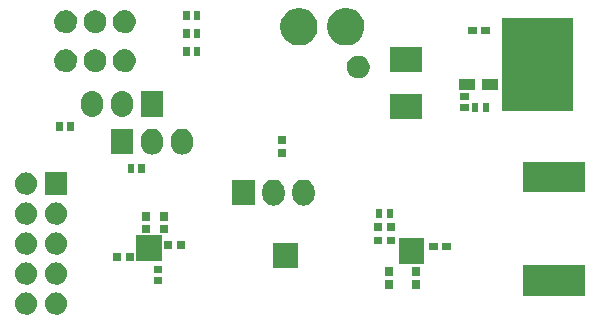
<source format=gbr>
G04 #@! TF.FileFunction,Soldermask,Bot*
%FSLAX46Y46*%
G04 Gerber Fmt 4.6, Leading zero omitted, Abs format (unit mm)*
G04 Created by KiCad (PCBNEW 4.0.1-stable) date 2/1/2017 7:21:30 PM*
%MOMM*%
G01*
G04 APERTURE LIST*
%ADD10C,0.100000*%
G04 APERTURE END LIST*
D10*
G36*
X108900926Y-110961842D02*
X108900931Y-110961844D01*
X108900973Y-110961848D01*
X109076187Y-111016086D01*
X109237529Y-111103323D01*
X109378855Y-111220238D01*
X109494779Y-111362376D01*
X109580888Y-111524323D01*
X109633902Y-111699912D01*
X109651800Y-111882453D01*
X109651800Y-111891580D01*
X109651723Y-111902612D01*
X109651722Y-111902617D01*
X109651708Y-111904669D01*
X109631263Y-112086942D01*
X109575803Y-112261774D01*
X109487442Y-112422503D01*
X109369544Y-112563008D01*
X109226600Y-112677938D01*
X109064055Y-112762914D01*
X108888101Y-112814701D01*
X108888065Y-112814704D01*
X108888056Y-112814707D01*
X108705442Y-112831326D01*
X108523074Y-112812158D01*
X108523069Y-112812156D01*
X108523027Y-112812152D01*
X108347813Y-112757914D01*
X108186471Y-112670677D01*
X108045145Y-112553762D01*
X107929221Y-112411624D01*
X107843112Y-112249677D01*
X107790098Y-112074088D01*
X107772200Y-111891547D01*
X107772200Y-111882420D01*
X107772277Y-111871388D01*
X107772278Y-111871383D01*
X107772292Y-111869331D01*
X107792737Y-111687058D01*
X107848197Y-111512226D01*
X107936558Y-111351497D01*
X108054456Y-111210992D01*
X108197400Y-111096062D01*
X108359945Y-111011086D01*
X108535899Y-110959299D01*
X108535935Y-110959296D01*
X108535944Y-110959293D01*
X108718558Y-110942674D01*
X108900926Y-110961842D01*
X108900926Y-110961842D01*
G37*
G36*
X111440926Y-110961842D02*
X111440931Y-110961844D01*
X111440973Y-110961848D01*
X111616187Y-111016086D01*
X111777529Y-111103323D01*
X111918855Y-111220238D01*
X112034779Y-111362376D01*
X112120888Y-111524323D01*
X112173902Y-111699912D01*
X112191800Y-111882453D01*
X112191800Y-111891580D01*
X112191723Y-111902612D01*
X112191722Y-111902617D01*
X112191708Y-111904669D01*
X112171263Y-112086942D01*
X112115803Y-112261774D01*
X112027442Y-112422503D01*
X111909544Y-112563008D01*
X111766600Y-112677938D01*
X111604055Y-112762914D01*
X111428101Y-112814701D01*
X111428065Y-112814704D01*
X111428056Y-112814707D01*
X111245442Y-112831326D01*
X111063074Y-112812158D01*
X111063069Y-112812156D01*
X111063027Y-112812152D01*
X110887813Y-112757914D01*
X110726471Y-112670677D01*
X110585145Y-112553762D01*
X110469221Y-112411624D01*
X110383112Y-112249677D01*
X110330098Y-112074088D01*
X110312200Y-111891547D01*
X110312200Y-111882420D01*
X110312277Y-111871388D01*
X110312278Y-111871383D01*
X110312292Y-111869331D01*
X110332737Y-111687058D01*
X110388197Y-111512226D01*
X110476558Y-111351497D01*
X110594456Y-111210992D01*
X110737400Y-111096062D01*
X110899945Y-111011086D01*
X111075899Y-110959299D01*
X111075935Y-110959296D01*
X111075944Y-110959293D01*
X111258558Y-110942674D01*
X111440926Y-110961842D01*
X111440926Y-110961842D01*
G37*
G36*
X156032200Y-111205900D02*
X150799800Y-111205900D01*
X150799800Y-108638500D01*
X156032200Y-108638500D01*
X156032200Y-111205900D01*
X156032200Y-111205900D01*
G37*
G36*
X142058200Y-110654200D02*
X141405800Y-110654200D01*
X141405800Y-109901800D01*
X142058200Y-109901800D01*
X142058200Y-110654200D01*
X142058200Y-110654200D01*
G37*
G36*
X139772200Y-110654200D02*
X139119800Y-110654200D01*
X139119800Y-109901800D01*
X139772200Y-109901800D01*
X139772200Y-110654200D01*
X139772200Y-110654200D01*
G37*
G36*
X108900926Y-108421842D02*
X108900931Y-108421844D01*
X108900973Y-108421848D01*
X109076187Y-108476086D01*
X109237529Y-108563323D01*
X109378855Y-108680238D01*
X109494779Y-108822376D01*
X109580888Y-108984323D01*
X109633902Y-109159912D01*
X109651800Y-109342453D01*
X109651800Y-109351580D01*
X109651723Y-109362612D01*
X109651722Y-109362617D01*
X109651708Y-109364669D01*
X109631263Y-109546942D01*
X109575803Y-109721774D01*
X109487442Y-109882503D01*
X109369544Y-110023008D01*
X109226600Y-110137938D01*
X109064055Y-110222914D01*
X108888101Y-110274701D01*
X108888065Y-110274704D01*
X108888056Y-110274707D01*
X108705442Y-110291326D01*
X108523074Y-110272158D01*
X108523069Y-110272156D01*
X108523027Y-110272152D01*
X108347813Y-110217914D01*
X108186471Y-110130677D01*
X108045145Y-110013762D01*
X107929221Y-109871624D01*
X107843112Y-109709677D01*
X107790098Y-109534088D01*
X107772200Y-109351547D01*
X107772200Y-109342420D01*
X107772277Y-109331388D01*
X107772278Y-109331383D01*
X107772292Y-109329331D01*
X107792737Y-109147058D01*
X107848197Y-108972226D01*
X107936558Y-108811497D01*
X108054456Y-108670992D01*
X108197400Y-108556062D01*
X108359945Y-108471086D01*
X108535899Y-108419299D01*
X108535935Y-108419296D01*
X108535944Y-108419293D01*
X108718558Y-108402674D01*
X108900926Y-108421842D01*
X108900926Y-108421842D01*
G37*
G36*
X111440926Y-108421842D02*
X111440931Y-108421844D01*
X111440973Y-108421848D01*
X111616187Y-108476086D01*
X111777529Y-108563323D01*
X111918855Y-108680238D01*
X112034779Y-108822376D01*
X112120888Y-108984323D01*
X112173902Y-109159912D01*
X112191800Y-109342453D01*
X112191800Y-109351580D01*
X112191723Y-109362612D01*
X112191722Y-109362617D01*
X112191708Y-109364669D01*
X112171263Y-109546942D01*
X112115803Y-109721774D01*
X112027442Y-109882503D01*
X111909544Y-110023008D01*
X111766600Y-110137938D01*
X111604055Y-110222914D01*
X111428101Y-110274701D01*
X111428065Y-110274704D01*
X111428056Y-110274707D01*
X111245442Y-110291326D01*
X111063074Y-110272158D01*
X111063069Y-110272156D01*
X111063027Y-110272152D01*
X110887813Y-110217914D01*
X110726471Y-110130677D01*
X110585145Y-110013762D01*
X110469221Y-109871624D01*
X110383112Y-109709677D01*
X110330098Y-109534088D01*
X110312200Y-109351547D01*
X110312200Y-109342420D01*
X110312277Y-109331388D01*
X110312278Y-109331383D01*
X110312292Y-109329331D01*
X110332737Y-109147058D01*
X110388197Y-108972226D01*
X110476558Y-108811497D01*
X110594456Y-108670992D01*
X110737400Y-108556062D01*
X110899945Y-108471086D01*
X111075899Y-108419299D01*
X111075935Y-108419296D01*
X111075944Y-108419293D01*
X111258558Y-108402674D01*
X111440926Y-108421842D01*
X111440926Y-108421842D01*
G37*
G36*
X120264200Y-110200200D02*
X119511800Y-110200200D01*
X119511800Y-109647800D01*
X120264200Y-109647800D01*
X120264200Y-110200200D01*
X120264200Y-110200200D01*
G37*
G36*
X139772200Y-109554200D02*
X139119800Y-109554200D01*
X139119800Y-108801800D01*
X139772200Y-108801800D01*
X139772200Y-109554200D01*
X139772200Y-109554200D01*
G37*
G36*
X142058200Y-109554200D02*
X141405800Y-109554200D01*
X141405800Y-108801800D01*
X142058200Y-108801800D01*
X142058200Y-109554200D01*
X142058200Y-109554200D01*
G37*
G36*
X120264200Y-109300200D02*
X119511800Y-109300200D01*
X119511800Y-108747800D01*
X120264200Y-108747800D01*
X120264200Y-109300200D01*
X120264200Y-109300200D01*
G37*
G36*
X131759200Y-108899200D02*
X129606800Y-108899200D01*
X129606800Y-106746800D01*
X131759200Y-106746800D01*
X131759200Y-108899200D01*
X131759200Y-108899200D01*
G37*
G36*
X142427200Y-108518200D02*
X140274800Y-108518200D01*
X140274800Y-106365800D01*
X142427200Y-106365800D01*
X142427200Y-108518200D01*
X142427200Y-108518200D01*
G37*
G36*
X116793200Y-108276200D02*
X116040800Y-108276200D01*
X116040800Y-107623800D01*
X116793200Y-107623800D01*
X116793200Y-108276200D01*
X116793200Y-108276200D01*
G37*
G36*
X117893200Y-108276200D02*
X117140800Y-108276200D01*
X117140800Y-107623800D01*
X117893200Y-107623800D01*
X117893200Y-108276200D01*
X117893200Y-108276200D01*
G37*
G36*
X120202200Y-108264200D02*
X118049800Y-108264200D01*
X118049800Y-106111800D01*
X120202200Y-106111800D01*
X120202200Y-108264200D01*
X120202200Y-108264200D01*
G37*
G36*
X108900926Y-105881842D02*
X108900931Y-105881844D01*
X108900973Y-105881848D01*
X109076187Y-105936086D01*
X109237529Y-106023323D01*
X109378855Y-106140238D01*
X109494779Y-106282376D01*
X109580888Y-106444323D01*
X109633902Y-106619912D01*
X109651800Y-106802453D01*
X109651800Y-106811580D01*
X109651723Y-106822612D01*
X109651722Y-106822617D01*
X109651708Y-106824669D01*
X109631263Y-107006942D01*
X109575803Y-107181774D01*
X109487442Y-107342503D01*
X109369544Y-107483008D01*
X109226600Y-107597938D01*
X109064055Y-107682914D01*
X108888101Y-107734701D01*
X108888065Y-107734704D01*
X108888056Y-107734707D01*
X108705442Y-107751326D01*
X108523074Y-107732158D01*
X108523069Y-107732156D01*
X108523027Y-107732152D01*
X108347813Y-107677914D01*
X108186471Y-107590677D01*
X108045145Y-107473762D01*
X107929221Y-107331624D01*
X107843112Y-107169677D01*
X107790098Y-106994088D01*
X107772200Y-106811547D01*
X107772200Y-106802420D01*
X107772277Y-106791388D01*
X107772278Y-106791383D01*
X107772292Y-106789331D01*
X107792737Y-106607058D01*
X107848197Y-106432226D01*
X107936558Y-106271497D01*
X108054456Y-106130992D01*
X108197400Y-106016062D01*
X108359945Y-105931086D01*
X108535899Y-105879299D01*
X108535935Y-105879296D01*
X108535944Y-105879293D01*
X108718558Y-105862674D01*
X108900926Y-105881842D01*
X108900926Y-105881842D01*
G37*
G36*
X111440926Y-105881842D02*
X111440931Y-105881844D01*
X111440973Y-105881848D01*
X111616187Y-105936086D01*
X111777529Y-106023323D01*
X111918855Y-106140238D01*
X112034779Y-106282376D01*
X112120888Y-106444323D01*
X112173902Y-106619912D01*
X112191800Y-106802453D01*
X112191800Y-106811580D01*
X112191723Y-106822612D01*
X112191722Y-106822617D01*
X112191708Y-106824669D01*
X112171263Y-107006942D01*
X112115803Y-107181774D01*
X112027442Y-107342503D01*
X111909544Y-107483008D01*
X111766600Y-107597938D01*
X111604055Y-107682914D01*
X111428101Y-107734701D01*
X111428065Y-107734704D01*
X111428056Y-107734707D01*
X111245442Y-107751326D01*
X111063074Y-107732158D01*
X111063069Y-107732156D01*
X111063027Y-107732152D01*
X110887813Y-107677914D01*
X110726471Y-107590677D01*
X110585145Y-107473762D01*
X110469221Y-107331624D01*
X110383112Y-107169677D01*
X110330098Y-106994088D01*
X110312200Y-106811547D01*
X110312200Y-106802420D01*
X110312277Y-106791388D01*
X110312278Y-106791383D01*
X110312292Y-106789331D01*
X110332737Y-106607058D01*
X110388197Y-106432226D01*
X110476558Y-106271497D01*
X110594456Y-106130992D01*
X110737400Y-106016062D01*
X110899945Y-105931086D01*
X111075899Y-105879299D01*
X111075935Y-105879296D01*
X111075944Y-105879293D01*
X111258558Y-105862674D01*
X111440926Y-105881842D01*
X111440926Y-105881842D01*
G37*
G36*
X144690200Y-107387200D02*
X143937800Y-107387200D01*
X143937800Y-106734800D01*
X144690200Y-106734800D01*
X144690200Y-107387200D01*
X144690200Y-107387200D01*
G37*
G36*
X143590200Y-107387200D02*
X142837800Y-107387200D01*
X142837800Y-106734800D01*
X143590200Y-106734800D01*
X143590200Y-107387200D01*
X143590200Y-107387200D01*
G37*
G36*
X122211200Y-107260200D02*
X121458800Y-107260200D01*
X121458800Y-106607800D01*
X122211200Y-106607800D01*
X122211200Y-107260200D01*
X122211200Y-107260200D01*
G37*
G36*
X121111200Y-107260200D02*
X120358800Y-107260200D01*
X120358800Y-106607800D01*
X121111200Y-106607800D01*
X121111200Y-107260200D01*
X121111200Y-107260200D01*
G37*
G36*
X139991200Y-106879200D02*
X139238800Y-106879200D01*
X139238800Y-106226800D01*
X139991200Y-106226800D01*
X139991200Y-106879200D01*
X139991200Y-106879200D01*
G37*
G36*
X138891200Y-106879200D02*
X138138800Y-106879200D01*
X138138800Y-106226800D01*
X138891200Y-106226800D01*
X138891200Y-106879200D01*
X138891200Y-106879200D01*
G37*
G36*
X120722200Y-105955200D02*
X120069800Y-105955200D01*
X120069800Y-105202800D01*
X120722200Y-105202800D01*
X120722200Y-105955200D01*
X120722200Y-105955200D01*
G37*
G36*
X119198200Y-105955200D02*
X118545800Y-105955200D01*
X118545800Y-105202800D01*
X119198200Y-105202800D01*
X119198200Y-105955200D01*
X119198200Y-105955200D01*
G37*
G36*
X138891200Y-105736200D02*
X138138800Y-105736200D01*
X138138800Y-105083800D01*
X138891200Y-105083800D01*
X138891200Y-105736200D01*
X138891200Y-105736200D01*
G37*
G36*
X139991200Y-105736200D02*
X139238800Y-105736200D01*
X139238800Y-105083800D01*
X139991200Y-105083800D01*
X139991200Y-105736200D01*
X139991200Y-105736200D01*
G37*
G36*
X111440926Y-103341842D02*
X111440931Y-103341844D01*
X111440973Y-103341848D01*
X111616187Y-103396086D01*
X111777529Y-103483323D01*
X111918855Y-103600238D01*
X112034779Y-103742376D01*
X112120888Y-103904323D01*
X112173902Y-104079912D01*
X112191800Y-104262453D01*
X112191800Y-104271580D01*
X112191723Y-104282612D01*
X112191722Y-104282617D01*
X112191708Y-104284669D01*
X112171263Y-104466942D01*
X112115803Y-104641774D01*
X112027442Y-104802503D01*
X111909544Y-104943008D01*
X111766600Y-105057938D01*
X111604055Y-105142914D01*
X111428101Y-105194701D01*
X111428065Y-105194704D01*
X111428056Y-105194707D01*
X111245442Y-105211326D01*
X111063074Y-105192158D01*
X111063069Y-105192156D01*
X111063027Y-105192152D01*
X110887813Y-105137914D01*
X110726471Y-105050677D01*
X110585145Y-104933762D01*
X110469221Y-104791624D01*
X110383112Y-104629677D01*
X110330098Y-104454088D01*
X110312200Y-104271547D01*
X110312200Y-104262420D01*
X110312277Y-104251388D01*
X110312278Y-104251383D01*
X110312292Y-104249331D01*
X110332737Y-104067058D01*
X110388197Y-103892226D01*
X110476558Y-103731497D01*
X110594456Y-103590992D01*
X110737400Y-103476062D01*
X110899945Y-103391086D01*
X111075899Y-103339299D01*
X111075935Y-103339296D01*
X111075944Y-103339293D01*
X111258558Y-103322674D01*
X111440926Y-103341842D01*
X111440926Y-103341842D01*
G37*
G36*
X108900926Y-103341842D02*
X108900931Y-103341844D01*
X108900973Y-103341848D01*
X109076187Y-103396086D01*
X109237529Y-103483323D01*
X109378855Y-103600238D01*
X109494779Y-103742376D01*
X109580888Y-103904323D01*
X109633902Y-104079912D01*
X109651800Y-104262453D01*
X109651800Y-104271580D01*
X109651723Y-104282612D01*
X109651722Y-104282617D01*
X109651708Y-104284669D01*
X109631263Y-104466942D01*
X109575803Y-104641774D01*
X109487442Y-104802503D01*
X109369544Y-104943008D01*
X109226600Y-105057938D01*
X109064055Y-105142914D01*
X108888101Y-105194701D01*
X108888065Y-105194704D01*
X108888056Y-105194707D01*
X108705442Y-105211326D01*
X108523074Y-105192158D01*
X108523069Y-105192156D01*
X108523027Y-105192152D01*
X108347813Y-105137914D01*
X108186471Y-105050677D01*
X108045145Y-104933762D01*
X107929221Y-104791624D01*
X107843112Y-104629677D01*
X107790098Y-104454088D01*
X107772200Y-104271547D01*
X107772200Y-104262420D01*
X107772277Y-104251388D01*
X107772278Y-104251383D01*
X107772292Y-104249331D01*
X107792737Y-104067058D01*
X107848197Y-103892226D01*
X107936558Y-103731497D01*
X108054456Y-103590992D01*
X108197400Y-103476062D01*
X108359945Y-103391086D01*
X108535899Y-103339299D01*
X108535935Y-103339296D01*
X108535944Y-103339293D01*
X108718558Y-103322674D01*
X108900926Y-103341842D01*
X108900926Y-103341842D01*
G37*
G36*
X120722200Y-104855200D02*
X120069800Y-104855200D01*
X120069800Y-104102800D01*
X120722200Y-104102800D01*
X120722200Y-104855200D01*
X120722200Y-104855200D01*
G37*
G36*
X119198200Y-104855200D02*
X118545800Y-104855200D01*
X118545800Y-104102800D01*
X119198200Y-104102800D01*
X119198200Y-104855200D01*
X119198200Y-104855200D01*
G37*
G36*
X139791200Y-104643200D02*
X139238800Y-104643200D01*
X139238800Y-103890800D01*
X139791200Y-103890800D01*
X139791200Y-104643200D01*
X139791200Y-104643200D01*
G37*
G36*
X138891200Y-104643200D02*
X138338800Y-104643200D01*
X138338800Y-103890800D01*
X138891200Y-103890800D01*
X138891200Y-104643200D01*
X138891200Y-104643200D01*
G37*
G36*
X132395926Y-101410705D02*
X132395973Y-101410710D01*
X132571187Y-101464948D01*
X132732529Y-101552185D01*
X132873855Y-101669100D01*
X132989779Y-101811238D01*
X133075888Y-101973185D01*
X133128902Y-102148774D01*
X133146800Y-102331315D01*
X133146800Y-102646717D01*
X133146723Y-102657749D01*
X133146722Y-102657754D01*
X133146708Y-102659807D01*
X133126263Y-102842080D01*
X133070803Y-103016912D01*
X132982442Y-103177641D01*
X132864544Y-103318146D01*
X132721600Y-103433076D01*
X132559055Y-103518052D01*
X132383101Y-103569839D01*
X132383060Y-103569843D01*
X132383056Y-103569844D01*
X132200442Y-103586463D01*
X132018074Y-103567295D01*
X132018027Y-103567290D01*
X131842813Y-103513052D01*
X131681471Y-103425815D01*
X131540145Y-103308900D01*
X131424221Y-103166762D01*
X131338112Y-103004815D01*
X131285098Y-102829226D01*
X131267200Y-102646685D01*
X131267200Y-102331283D01*
X131267277Y-102320251D01*
X131267278Y-102320246D01*
X131267292Y-102318193D01*
X131287737Y-102135920D01*
X131343197Y-101961088D01*
X131431558Y-101800359D01*
X131549456Y-101659854D01*
X131692400Y-101544924D01*
X131854945Y-101459948D01*
X132030899Y-101408161D01*
X132030940Y-101408157D01*
X132030944Y-101408156D01*
X132213558Y-101391537D01*
X132395926Y-101410705D01*
X132395926Y-101410705D01*
G37*
G36*
X129855926Y-101410705D02*
X129855973Y-101410710D01*
X130031187Y-101464948D01*
X130192529Y-101552185D01*
X130333855Y-101669100D01*
X130449779Y-101811238D01*
X130535888Y-101973185D01*
X130588902Y-102148774D01*
X130606800Y-102331315D01*
X130606800Y-102646717D01*
X130606723Y-102657749D01*
X130606722Y-102657754D01*
X130606708Y-102659807D01*
X130586263Y-102842080D01*
X130530803Y-103016912D01*
X130442442Y-103177641D01*
X130324544Y-103318146D01*
X130181600Y-103433076D01*
X130019055Y-103518052D01*
X129843101Y-103569839D01*
X129843060Y-103569843D01*
X129843056Y-103569844D01*
X129660442Y-103586463D01*
X129478074Y-103567295D01*
X129478027Y-103567290D01*
X129302813Y-103513052D01*
X129141471Y-103425815D01*
X129000145Y-103308900D01*
X128884221Y-103166762D01*
X128798112Y-103004815D01*
X128745098Y-102829226D01*
X128727200Y-102646685D01*
X128727200Y-102331283D01*
X128727277Y-102320251D01*
X128727278Y-102320246D01*
X128727292Y-102318193D01*
X128747737Y-102135920D01*
X128803197Y-101961088D01*
X128891558Y-101800359D01*
X129009456Y-101659854D01*
X129152400Y-101544924D01*
X129314945Y-101459948D01*
X129490899Y-101408161D01*
X129490940Y-101408157D01*
X129490944Y-101408156D01*
X129673558Y-101391537D01*
X129855926Y-101410705D01*
X129855926Y-101410705D01*
G37*
G36*
X128066800Y-103581200D02*
X126187200Y-103581200D01*
X126187200Y-101396800D01*
X128066800Y-101396800D01*
X128066800Y-103581200D01*
X128066800Y-103581200D01*
G37*
G36*
X108900926Y-100801842D02*
X108900931Y-100801844D01*
X108900973Y-100801848D01*
X109076187Y-100856086D01*
X109237529Y-100943323D01*
X109378855Y-101060238D01*
X109494779Y-101202376D01*
X109580888Y-101364323D01*
X109633902Y-101539912D01*
X109651800Y-101722453D01*
X109651800Y-101731580D01*
X109651723Y-101742612D01*
X109651722Y-101742617D01*
X109651708Y-101744669D01*
X109631263Y-101926942D01*
X109575803Y-102101774D01*
X109487442Y-102262503D01*
X109369544Y-102403008D01*
X109226600Y-102517938D01*
X109064055Y-102602914D01*
X108888101Y-102654701D01*
X108888065Y-102654704D01*
X108888056Y-102654707D01*
X108705442Y-102671326D01*
X108523074Y-102652158D01*
X108523069Y-102652156D01*
X108523027Y-102652152D01*
X108347813Y-102597914D01*
X108186471Y-102510677D01*
X108045145Y-102393762D01*
X107929221Y-102251624D01*
X107843112Y-102089677D01*
X107790098Y-101914088D01*
X107772200Y-101731547D01*
X107772200Y-101722420D01*
X107772277Y-101711388D01*
X107772278Y-101711383D01*
X107772292Y-101709331D01*
X107792737Y-101527058D01*
X107848197Y-101352226D01*
X107936558Y-101191497D01*
X108054456Y-101050992D01*
X108197400Y-100936062D01*
X108359945Y-100851086D01*
X108535899Y-100799299D01*
X108535935Y-100799296D01*
X108535944Y-100799293D01*
X108718558Y-100782674D01*
X108900926Y-100801842D01*
X108900926Y-100801842D01*
G37*
G36*
X112191800Y-102666800D02*
X110312200Y-102666800D01*
X110312200Y-100787200D01*
X112191800Y-100787200D01*
X112191800Y-102666800D01*
X112191800Y-102666800D01*
G37*
G36*
X156032200Y-102435500D02*
X150799800Y-102435500D01*
X150799800Y-99868100D01*
X156032200Y-99868100D01*
X156032200Y-102435500D01*
X156032200Y-102435500D01*
G37*
G36*
X117872700Y-100833200D02*
X117320300Y-100833200D01*
X117320300Y-100080800D01*
X117872700Y-100080800D01*
X117872700Y-100833200D01*
X117872700Y-100833200D01*
G37*
G36*
X118772700Y-100833200D02*
X118220300Y-100833200D01*
X118220300Y-100080800D01*
X118772700Y-100080800D01*
X118772700Y-100833200D01*
X118772700Y-100833200D01*
G37*
G36*
X130729800Y-99516300D02*
X130077400Y-99516300D01*
X130077400Y-98763900D01*
X130729800Y-98763900D01*
X130729800Y-99516300D01*
X130729800Y-99516300D01*
G37*
G36*
X119568926Y-97092705D02*
X119568973Y-97092710D01*
X119744187Y-97146948D01*
X119905529Y-97234185D01*
X120046855Y-97351100D01*
X120162779Y-97493238D01*
X120248888Y-97655185D01*
X120301902Y-97830774D01*
X120319800Y-98013315D01*
X120319800Y-98328717D01*
X120319723Y-98339749D01*
X120319722Y-98339754D01*
X120319708Y-98341807D01*
X120299263Y-98524080D01*
X120243803Y-98698912D01*
X120155442Y-98859641D01*
X120037544Y-99000146D01*
X119894600Y-99115076D01*
X119732055Y-99200052D01*
X119556101Y-99251839D01*
X119556060Y-99251843D01*
X119556056Y-99251844D01*
X119373442Y-99268463D01*
X119191074Y-99249295D01*
X119191027Y-99249290D01*
X119015813Y-99195052D01*
X118854471Y-99107815D01*
X118713145Y-98990900D01*
X118597221Y-98848762D01*
X118511112Y-98686815D01*
X118458098Y-98511226D01*
X118440200Y-98328685D01*
X118440200Y-98013283D01*
X118440277Y-98002251D01*
X118440278Y-98002246D01*
X118440292Y-98000193D01*
X118460737Y-97817920D01*
X118516197Y-97643088D01*
X118604558Y-97482359D01*
X118722456Y-97341854D01*
X118865400Y-97226924D01*
X119027945Y-97141948D01*
X119203899Y-97090161D01*
X119203940Y-97090157D01*
X119203944Y-97090156D01*
X119386558Y-97073537D01*
X119568926Y-97092705D01*
X119568926Y-97092705D01*
G37*
G36*
X122108926Y-97092705D02*
X122108973Y-97092710D01*
X122284187Y-97146948D01*
X122445529Y-97234185D01*
X122586855Y-97351100D01*
X122702779Y-97493238D01*
X122788888Y-97655185D01*
X122841902Y-97830774D01*
X122859800Y-98013315D01*
X122859800Y-98328717D01*
X122859723Y-98339749D01*
X122859722Y-98339754D01*
X122859708Y-98341807D01*
X122839263Y-98524080D01*
X122783803Y-98698912D01*
X122695442Y-98859641D01*
X122577544Y-99000146D01*
X122434600Y-99115076D01*
X122272055Y-99200052D01*
X122096101Y-99251839D01*
X122096060Y-99251843D01*
X122096056Y-99251844D01*
X121913442Y-99268463D01*
X121731074Y-99249295D01*
X121731027Y-99249290D01*
X121555813Y-99195052D01*
X121394471Y-99107815D01*
X121253145Y-98990900D01*
X121137221Y-98848762D01*
X121051112Y-98686815D01*
X120998098Y-98511226D01*
X120980200Y-98328685D01*
X120980200Y-98013283D01*
X120980277Y-98002251D01*
X120980278Y-98002246D01*
X120980292Y-98000193D01*
X121000737Y-97817920D01*
X121056197Y-97643088D01*
X121144558Y-97482359D01*
X121262456Y-97341854D01*
X121405400Y-97226924D01*
X121567945Y-97141948D01*
X121743899Y-97090161D01*
X121743940Y-97090157D01*
X121743944Y-97090156D01*
X121926558Y-97073537D01*
X122108926Y-97092705D01*
X122108926Y-97092705D01*
G37*
G36*
X117779800Y-99263200D02*
X115900200Y-99263200D01*
X115900200Y-97078800D01*
X117779800Y-97078800D01*
X117779800Y-99263200D01*
X117779800Y-99263200D01*
G37*
G36*
X130729800Y-98416300D02*
X130077400Y-98416300D01*
X130077400Y-97663900D01*
X130729800Y-97663900D01*
X130729800Y-98416300D01*
X130729800Y-98416300D01*
G37*
G36*
X112740200Y-97277200D02*
X112187800Y-97277200D01*
X112187800Y-96524800D01*
X112740200Y-96524800D01*
X112740200Y-97277200D01*
X112740200Y-97277200D01*
G37*
G36*
X111840200Y-97277200D02*
X111287800Y-97277200D01*
X111287800Y-96524800D01*
X111840200Y-96524800D01*
X111840200Y-97277200D01*
X111840200Y-97277200D01*
G37*
G36*
X142207300Y-96281500D02*
X139554900Y-96281500D01*
X139554900Y-94129100D01*
X142207300Y-94129100D01*
X142207300Y-96281500D01*
X142207300Y-96281500D01*
G37*
G36*
X114488926Y-93917705D02*
X114488973Y-93917710D01*
X114664187Y-93971948D01*
X114825529Y-94059185D01*
X114966855Y-94176100D01*
X115082779Y-94318238D01*
X115168888Y-94480185D01*
X115221902Y-94655774D01*
X115239800Y-94838315D01*
X115239800Y-95153717D01*
X115239723Y-95164749D01*
X115239722Y-95164754D01*
X115239708Y-95166807D01*
X115219263Y-95349080D01*
X115163803Y-95523912D01*
X115075442Y-95684641D01*
X114957544Y-95825146D01*
X114814600Y-95940076D01*
X114652055Y-96025052D01*
X114476101Y-96076839D01*
X114476060Y-96076843D01*
X114476056Y-96076844D01*
X114293442Y-96093463D01*
X114111074Y-96074295D01*
X114111027Y-96074290D01*
X113935813Y-96020052D01*
X113774471Y-95932815D01*
X113633145Y-95815900D01*
X113517221Y-95673762D01*
X113431112Y-95511815D01*
X113378098Y-95336226D01*
X113360200Y-95153685D01*
X113360200Y-94838283D01*
X113360277Y-94827251D01*
X113360278Y-94827246D01*
X113360292Y-94825193D01*
X113380737Y-94642920D01*
X113436197Y-94468088D01*
X113524558Y-94307359D01*
X113642456Y-94166854D01*
X113785400Y-94051924D01*
X113947945Y-93966948D01*
X114123899Y-93915161D01*
X114123940Y-93915157D01*
X114123944Y-93915156D01*
X114306558Y-93898537D01*
X114488926Y-93917705D01*
X114488926Y-93917705D01*
G37*
G36*
X117028926Y-93917705D02*
X117028973Y-93917710D01*
X117204187Y-93971948D01*
X117365529Y-94059185D01*
X117506855Y-94176100D01*
X117622779Y-94318238D01*
X117708888Y-94480185D01*
X117761902Y-94655774D01*
X117779800Y-94838315D01*
X117779800Y-95153717D01*
X117779723Y-95164749D01*
X117779722Y-95164754D01*
X117779708Y-95166807D01*
X117759263Y-95349080D01*
X117703803Y-95523912D01*
X117615442Y-95684641D01*
X117497544Y-95825146D01*
X117354600Y-95940076D01*
X117192055Y-96025052D01*
X117016101Y-96076839D01*
X117016060Y-96076843D01*
X117016056Y-96076844D01*
X116833442Y-96093463D01*
X116651074Y-96074295D01*
X116651027Y-96074290D01*
X116475813Y-96020052D01*
X116314471Y-95932815D01*
X116173145Y-95815900D01*
X116057221Y-95673762D01*
X115971112Y-95511815D01*
X115918098Y-95336226D01*
X115900200Y-95153685D01*
X115900200Y-94838283D01*
X115900277Y-94827251D01*
X115900278Y-94827246D01*
X115900292Y-94825193D01*
X115920737Y-94642920D01*
X115976197Y-94468088D01*
X116064558Y-94307359D01*
X116182456Y-94166854D01*
X116325400Y-94051924D01*
X116487945Y-93966948D01*
X116663899Y-93915161D01*
X116663940Y-93915157D01*
X116663944Y-93915156D01*
X116846558Y-93898537D01*
X117028926Y-93917705D01*
X117028926Y-93917705D01*
G37*
G36*
X120319800Y-96088200D02*
X118440200Y-96088200D01*
X118440200Y-93903800D01*
X120319800Y-93903800D01*
X120319800Y-96088200D01*
X120319800Y-96088200D01*
G37*
G36*
X147919200Y-95651600D02*
X147366800Y-95651600D01*
X147366800Y-94899200D01*
X147919200Y-94899200D01*
X147919200Y-95651600D01*
X147919200Y-95651600D01*
G37*
G36*
X147019200Y-95651600D02*
X146466800Y-95651600D01*
X146466800Y-94899200D01*
X147019200Y-94899200D01*
X147019200Y-95651600D01*
X147019200Y-95651600D01*
G37*
G36*
X155000200Y-95564200D02*
X149037800Y-95564200D01*
X149037800Y-87696800D01*
X155000200Y-87696800D01*
X155000200Y-95564200D01*
X155000200Y-95564200D01*
G37*
G36*
X146197600Y-95544400D02*
X145445200Y-95544400D01*
X145445200Y-94992000D01*
X146197600Y-94992000D01*
X146197600Y-95544400D01*
X146197600Y-95544400D01*
G37*
G36*
X146197600Y-94644400D02*
X145445200Y-94644400D01*
X145445200Y-94092000D01*
X146197600Y-94092000D01*
X146197600Y-94644400D01*
X146197600Y-94644400D01*
G37*
G36*
X148666800Y-93808900D02*
X147314400Y-93808900D01*
X147314400Y-92906500D01*
X148666800Y-92906500D01*
X148666800Y-93808900D01*
X148666800Y-93808900D01*
G37*
G36*
X146766800Y-93808900D02*
X145414400Y-93808900D01*
X145414400Y-92906500D01*
X146766800Y-92906500D01*
X146766800Y-93808900D01*
X146766800Y-93808900D01*
G37*
G36*
X136955988Y-90889941D02*
X137141592Y-90928041D01*
X137316275Y-91001471D01*
X137473362Y-91107427D01*
X137606877Y-91241877D01*
X137711733Y-91399699D01*
X137783939Y-91574883D01*
X137820674Y-91760410D01*
X137820674Y-91760420D01*
X137820741Y-91760759D01*
X137817719Y-91977183D01*
X137817643Y-91977517D01*
X137817643Y-91977530D01*
X137775741Y-92161959D01*
X137698674Y-92335056D01*
X137589449Y-92489890D01*
X137452231Y-92620562D01*
X137292247Y-92722091D01*
X137115586Y-92790613D01*
X136928987Y-92823516D01*
X136739543Y-92819547D01*
X136554482Y-92778860D01*
X136380846Y-92702999D01*
X136225257Y-92594862D01*
X136093631Y-92458560D01*
X135990987Y-92299286D01*
X135921231Y-92123106D01*
X135887028Y-91936743D01*
X135889673Y-91747279D01*
X135929069Y-91561935D01*
X136003713Y-91387777D01*
X136110765Y-91231432D01*
X136246143Y-91098859D01*
X136404697Y-90995105D01*
X136580382Y-90924123D01*
X136766505Y-90888619D01*
X136955988Y-90889941D01*
X136955988Y-90889941D01*
G37*
G36*
X142207300Y-92281500D02*
X139554900Y-92281500D01*
X139554900Y-90129100D01*
X142207300Y-90129100D01*
X142207300Y-92281500D01*
X142207300Y-92281500D01*
G37*
G36*
X117144583Y-90348441D02*
X117329995Y-90386501D01*
X117504497Y-90459855D01*
X117661421Y-90565702D01*
X117794798Y-90700012D01*
X117899545Y-90857671D01*
X117971677Y-91032674D01*
X118008374Y-91218008D01*
X118008374Y-91218018D01*
X118008441Y-91218357D01*
X118005422Y-91434557D01*
X118005346Y-91434891D01*
X118005346Y-91434904D01*
X117963488Y-91619142D01*
X117886500Y-91792059D01*
X117777388Y-91946735D01*
X117640313Y-92077270D01*
X117480494Y-92178694D01*
X117304016Y-92247145D01*
X117117610Y-92280014D01*
X116928362Y-92276049D01*
X116743493Y-92235404D01*
X116570036Y-92159622D01*
X116414608Y-92051597D01*
X116283119Y-91915436D01*
X116180581Y-91756328D01*
X116110898Y-91580330D01*
X116076729Y-91394158D01*
X116079371Y-91204891D01*
X116118727Y-91019739D01*
X116193293Y-90845761D01*
X116300235Y-90689578D01*
X116435473Y-90557142D01*
X116593863Y-90453496D01*
X116769366Y-90382587D01*
X116955296Y-90347120D01*
X117144583Y-90348441D01*
X117144583Y-90348441D01*
G37*
G36*
X114655383Y-90348441D02*
X114840795Y-90386501D01*
X115015297Y-90459855D01*
X115172221Y-90565702D01*
X115305598Y-90700012D01*
X115410345Y-90857671D01*
X115482477Y-91032674D01*
X115519174Y-91218008D01*
X115519174Y-91218018D01*
X115519241Y-91218357D01*
X115516222Y-91434557D01*
X115516146Y-91434891D01*
X115516146Y-91434904D01*
X115474288Y-91619142D01*
X115397300Y-91792059D01*
X115288188Y-91946735D01*
X115151113Y-92077270D01*
X114991294Y-92178694D01*
X114814816Y-92247145D01*
X114628410Y-92280014D01*
X114439162Y-92276049D01*
X114254293Y-92235404D01*
X114080836Y-92159622D01*
X113925408Y-92051597D01*
X113793919Y-91915436D01*
X113691381Y-91756328D01*
X113621698Y-91580330D01*
X113587529Y-91394158D01*
X113590171Y-91204891D01*
X113629527Y-91019739D01*
X113704093Y-90845761D01*
X113811035Y-90689578D01*
X113946273Y-90557142D01*
X114104663Y-90453496D01*
X114280166Y-90382587D01*
X114466096Y-90347120D01*
X114655383Y-90348441D01*
X114655383Y-90348441D01*
G37*
G36*
X112166183Y-90348441D02*
X112351595Y-90386501D01*
X112526097Y-90459855D01*
X112683021Y-90565702D01*
X112816398Y-90700012D01*
X112921145Y-90857671D01*
X112993277Y-91032674D01*
X113029974Y-91218008D01*
X113029974Y-91218018D01*
X113030041Y-91218357D01*
X113027022Y-91434557D01*
X113026946Y-91434891D01*
X113026946Y-91434904D01*
X112985088Y-91619142D01*
X112908100Y-91792059D01*
X112798988Y-91946735D01*
X112661913Y-92077270D01*
X112502094Y-92178694D01*
X112325616Y-92247145D01*
X112139210Y-92280014D01*
X111949962Y-92276049D01*
X111765093Y-92235404D01*
X111591636Y-92159622D01*
X111436208Y-92051597D01*
X111304719Y-91915436D01*
X111202181Y-91756328D01*
X111132498Y-91580330D01*
X111098329Y-91394158D01*
X111100971Y-91204891D01*
X111140327Y-91019739D01*
X111214893Y-90845761D01*
X111321835Y-90689578D01*
X111457073Y-90557142D01*
X111615463Y-90453496D01*
X111790966Y-90382587D01*
X111976896Y-90347120D01*
X112166183Y-90348441D01*
X112166183Y-90348441D01*
G37*
G36*
X122584400Y-90901800D02*
X122032000Y-90901800D01*
X122032000Y-90149400D01*
X122584400Y-90149400D01*
X122584400Y-90901800D01*
X122584400Y-90901800D01*
G37*
G36*
X123484400Y-90901800D02*
X122932000Y-90901800D01*
X122932000Y-90149400D01*
X123484400Y-90149400D01*
X123484400Y-90901800D01*
X123484400Y-90901800D01*
G37*
G36*
X135940059Y-86880348D02*
X136242847Y-86942502D01*
X136527810Y-87062289D01*
X136784072Y-87235140D01*
X137001880Y-87454474D01*
X137172936Y-87711936D01*
X137290729Y-87997721D01*
X137350699Y-88300596D01*
X137350768Y-88300946D01*
X137345838Y-88654006D01*
X137345761Y-88654344D01*
X137345761Y-88654353D01*
X137277356Y-88955437D01*
X137151632Y-89237818D01*
X136973450Y-89490406D01*
X136749602Y-89703574D01*
X136488613Y-89869203D01*
X136200420Y-89980985D01*
X135896012Y-90034661D01*
X135586969Y-90028187D01*
X135285069Y-89961810D01*
X135001812Y-89838058D01*
X134747994Y-89661650D01*
X134533264Y-89439290D01*
X134365818Y-89179465D01*
X134252025Y-88892058D01*
X134196227Y-88588034D01*
X134200542Y-88278954D01*
X134264810Y-87976597D01*
X134386580Y-87692485D01*
X134561217Y-87437435D01*
X134782066Y-87221163D01*
X135040719Y-87051906D01*
X135327321Y-86936110D01*
X135630951Y-86878190D01*
X135940059Y-86880348D01*
X135940059Y-86880348D01*
G37*
G36*
X131980059Y-86880348D02*
X132282847Y-86942502D01*
X132567810Y-87062289D01*
X132824072Y-87235140D01*
X133041880Y-87454474D01*
X133212936Y-87711936D01*
X133330729Y-87997721D01*
X133390699Y-88300596D01*
X133390768Y-88300946D01*
X133385838Y-88654006D01*
X133385761Y-88654344D01*
X133385761Y-88654353D01*
X133317356Y-88955437D01*
X133191632Y-89237818D01*
X133013450Y-89490406D01*
X132789602Y-89703574D01*
X132528613Y-89869203D01*
X132240420Y-89980985D01*
X131936012Y-90034661D01*
X131626969Y-90028187D01*
X131325069Y-89961810D01*
X131041812Y-89838058D01*
X130787994Y-89661650D01*
X130573264Y-89439290D01*
X130405818Y-89179465D01*
X130292025Y-88892058D01*
X130236227Y-88588034D01*
X130240542Y-88278954D01*
X130304810Y-87976597D01*
X130426580Y-87692485D01*
X130601217Y-87437435D01*
X130822066Y-87221163D01*
X131080719Y-87051906D01*
X131367321Y-86936110D01*
X131670951Y-86878190D01*
X131980059Y-86880348D01*
X131980059Y-86880348D01*
G37*
G36*
X123484400Y-89377800D02*
X122932000Y-89377800D01*
X122932000Y-88625400D01*
X123484400Y-88625400D01*
X123484400Y-89377800D01*
X123484400Y-89377800D01*
G37*
G36*
X122584400Y-89377800D02*
X122032000Y-89377800D01*
X122032000Y-88625400D01*
X122584400Y-88625400D01*
X122584400Y-89377800D01*
X122584400Y-89377800D01*
G37*
G36*
X147992200Y-89099200D02*
X147239800Y-89099200D01*
X147239800Y-88446800D01*
X147992200Y-88446800D01*
X147992200Y-89099200D01*
X147992200Y-89099200D01*
G37*
G36*
X146892200Y-89099200D02*
X146139800Y-89099200D01*
X146139800Y-88446800D01*
X146892200Y-88446800D01*
X146892200Y-89099200D01*
X146892200Y-89099200D01*
G37*
G36*
X114655383Y-87046441D02*
X114840795Y-87084501D01*
X115015297Y-87157855D01*
X115172221Y-87263702D01*
X115305598Y-87398012D01*
X115410345Y-87555671D01*
X115482477Y-87730674D01*
X115519174Y-87916008D01*
X115519174Y-87916018D01*
X115519241Y-87916357D01*
X115516222Y-88132557D01*
X115516146Y-88132891D01*
X115516146Y-88132904D01*
X115474288Y-88317142D01*
X115397300Y-88490059D01*
X115288188Y-88644735D01*
X115151113Y-88775270D01*
X114991294Y-88876694D01*
X114814816Y-88945145D01*
X114628410Y-88978014D01*
X114439162Y-88974049D01*
X114254293Y-88933404D01*
X114080836Y-88857622D01*
X113925408Y-88749597D01*
X113793919Y-88613436D01*
X113691381Y-88454328D01*
X113621698Y-88278330D01*
X113587529Y-88092158D01*
X113590171Y-87902891D01*
X113629527Y-87717739D01*
X113704093Y-87543761D01*
X113811035Y-87387578D01*
X113946273Y-87255142D01*
X114104663Y-87151496D01*
X114280166Y-87080587D01*
X114466096Y-87045120D01*
X114655383Y-87046441D01*
X114655383Y-87046441D01*
G37*
G36*
X117144583Y-87046441D02*
X117329995Y-87084501D01*
X117504497Y-87157855D01*
X117661421Y-87263702D01*
X117794798Y-87398012D01*
X117899545Y-87555671D01*
X117971677Y-87730674D01*
X118008374Y-87916008D01*
X118008374Y-87916018D01*
X118008441Y-87916357D01*
X118005422Y-88132557D01*
X118005346Y-88132891D01*
X118005346Y-88132904D01*
X117963488Y-88317142D01*
X117886500Y-88490059D01*
X117777388Y-88644735D01*
X117640313Y-88775270D01*
X117480494Y-88876694D01*
X117304016Y-88945145D01*
X117117610Y-88978014D01*
X116928362Y-88974049D01*
X116743493Y-88933404D01*
X116570036Y-88857622D01*
X116414608Y-88749597D01*
X116283119Y-88613436D01*
X116180581Y-88454328D01*
X116110898Y-88278330D01*
X116076729Y-88092158D01*
X116079371Y-87902891D01*
X116118727Y-87717739D01*
X116193293Y-87543761D01*
X116300235Y-87387578D01*
X116435473Y-87255142D01*
X116593863Y-87151496D01*
X116769366Y-87080587D01*
X116955296Y-87045120D01*
X117144583Y-87046441D01*
X117144583Y-87046441D01*
G37*
G36*
X112166183Y-87046441D02*
X112351595Y-87084501D01*
X112526097Y-87157855D01*
X112683021Y-87263702D01*
X112816398Y-87398012D01*
X112921145Y-87555671D01*
X112993277Y-87730674D01*
X113029974Y-87916008D01*
X113029974Y-87916018D01*
X113030041Y-87916357D01*
X113027022Y-88132557D01*
X113026946Y-88132891D01*
X113026946Y-88132904D01*
X112985088Y-88317142D01*
X112908100Y-88490059D01*
X112798988Y-88644735D01*
X112661913Y-88775270D01*
X112502094Y-88876694D01*
X112325616Y-88945145D01*
X112139210Y-88978014D01*
X111949962Y-88974049D01*
X111765093Y-88933404D01*
X111591636Y-88857622D01*
X111436208Y-88749597D01*
X111304719Y-88613436D01*
X111202181Y-88454328D01*
X111132498Y-88278330D01*
X111098329Y-88092158D01*
X111100971Y-87902891D01*
X111140327Y-87717739D01*
X111214893Y-87543761D01*
X111321835Y-87387578D01*
X111457073Y-87255142D01*
X111615463Y-87151496D01*
X111790966Y-87080587D01*
X111976896Y-87045120D01*
X112166183Y-87046441D01*
X112166183Y-87046441D01*
G37*
G36*
X122584400Y-87853800D02*
X122032000Y-87853800D01*
X122032000Y-87101400D01*
X122584400Y-87101400D01*
X122584400Y-87853800D01*
X122584400Y-87853800D01*
G37*
G36*
X123484400Y-87853800D02*
X122932000Y-87853800D01*
X122932000Y-87101400D01*
X123484400Y-87101400D01*
X123484400Y-87853800D01*
X123484400Y-87853800D01*
G37*
M02*

</source>
